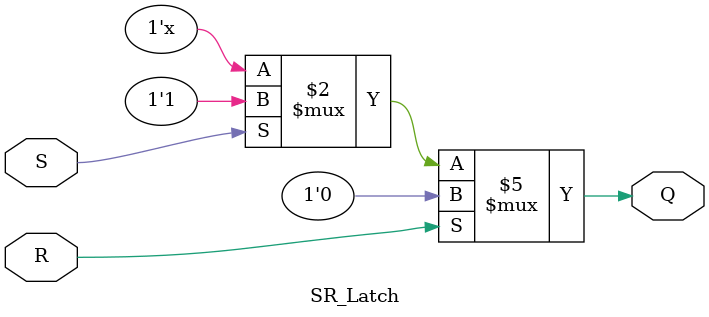
<source format=v>
`timescale 1ns / 1ps


module SR_Latch(S,R,Q);

    input S;
    input R;
    output reg Q;

    always @(*) 
    begin
        if (R)
            Q <= 0;  
        else if (S)
            Q <= 1;  
    end

endmodule

</source>
